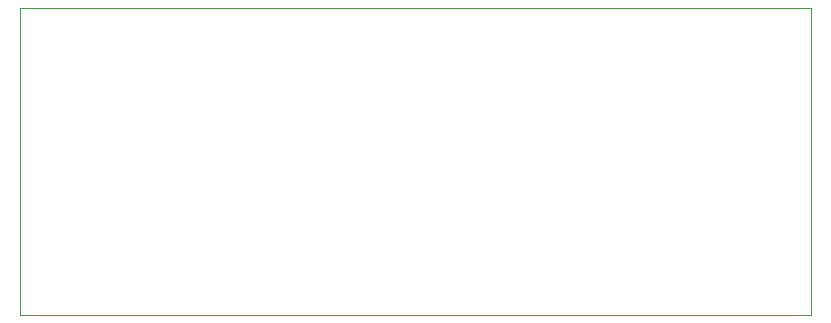
<source format=gbr>
%TF.GenerationSoftware,KiCad,Pcbnew,(5.1.8)-1*%
%TF.CreationDate,2020-12-12T19:45:25+01:00*%
%TF.ProjectId,blink_controller,626c696e-6b5f-4636-9f6e-74726f6c6c65,rev?*%
%TF.SameCoordinates,Original*%
%TF.FileFunction,Profile,NP*%
%FSLAX46Y46*%
G04 Gerber Fmt 4.6, Leading zero omitted, Abs format (unit mm)*
G04 Created by KiCad (PCBNEW (5.1.8)-1) date 2020-12-12 19:45:25*
%MOMM*%
%LPD*%
G01*
G04 APERTURE LIST*
%TA.AperFunction,Profile*%
%ADD10C,0.050000*%
%TD*%
G04 APERTURE END LIST*
D10*
X87000000Y-20000000D02*
X87000000Y-46000000D01*
X20000000Y-20000000D02*
X87000000Y-20000000D01*
X20000000Y-46000000D02*
X87000000Y-46000000D01*
X20000000Y-20000000D02*
X20000000Y-46000000D01*
M02*

</source>
